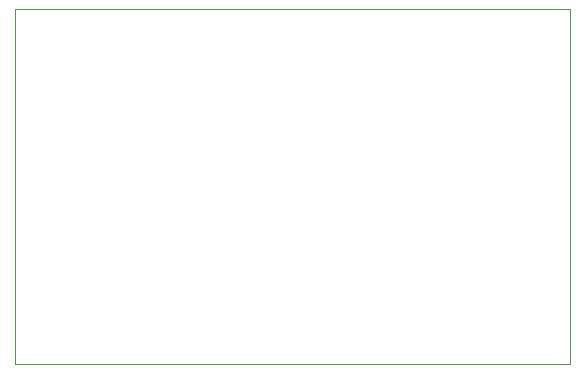
<source format=gko>
G04*
G04 #@! TF.GenerationSoftware,Altium Limited,Altium Designer,21.1.1 (26)*
G04*
G04 Layer_Color=16711935*
%FSLAX25Y25*%
%MOIN*%
G70*
G04*
G04 #@! TF.SameCoordinates,9BCB9740-BAEC-44A0-B6CA-C752D964FD41*
G04*
G04*
G04 #@! TF.FilePolarity,Positive*
G04*
G01*
G75*
%ADD30C,0.00394*%
D30*
X305118Y269685D02*
Y387795D01*
Y269685D02*
X309055D01*
X490158D01*
Y387795D01*
X305118D02*
X490158D01*
M02*

</source>
